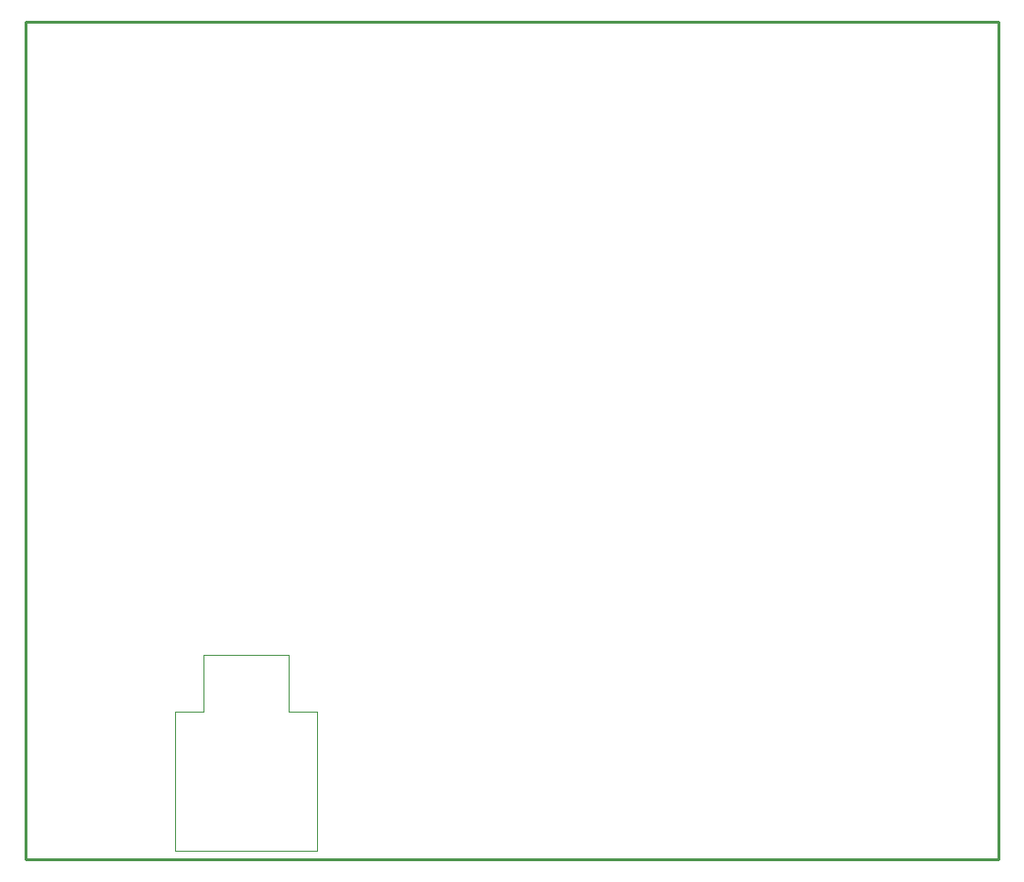
<source format=gm1>
G04*
G04 #@! TF.GenerationSoftware,Altium Limited,Altium Designer,18.0.7 (293)*
G04*
G04 Layer_Color=1265191*
%FSLAX24Y24*%
%MOIN*%
G70*
G01*
G75*
%ADD11C,0.0100*%
%ADD66C,0.0039*%
D11*
X0Y29500D02*
X34250D01*
X34250Y0D01*
X0D02*
Y29500D01*
Y0D02*
X34250D01*
D66*
X5250Y5200D02*
X6250D01*
X5250Y300D02*
X10250D01*
X6250Y5200D02*
Y7200D01*
X10250Y300D02*
Y5200D01*
X6250Y7200D02*
X9250D01*
Y5200D02*
Y7200D01*
X5250Y300D02*
Y5200D01*
X9250D02*
X10250D01*
M02*

</source>
